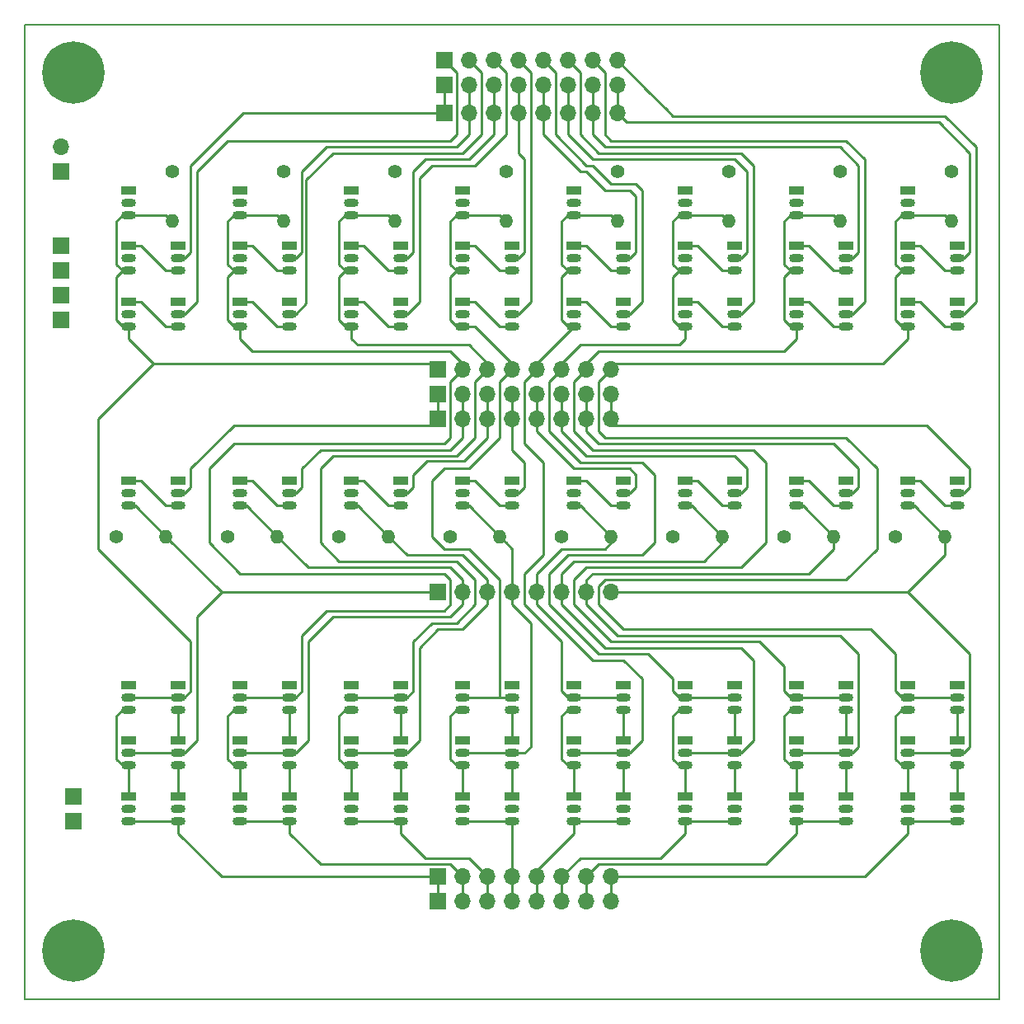
<source format=gbr>
%TF.GenerationSoftware,KiCad,Pcbnew,4.0.7-e2-6376~61~ubuntu18.04.1*%
%TF.CreationDate,2020-08-28T19:45:04+02:00*%
%TF.ProjectId,sel,73656C2E6B696361645F706362000000,rev?*%
%TF.FileFunction,Copper,L1,Top,Signal*%
%FSLAX46Y46*%
G04 Gerber Fmt 4.6, Leading zero omitted, Abs format (unit mm)*
G04 Created by KiCad (PCBNEW 4.0.7-e2-6376~61~ubuntu18.04.1) date Fri Aug 28 19:45:04 2020*
%MOMM*%
%LPD*%
G01*
G04 APERTURE LIST*
%ADD10C,0.100000*%
%ADD11C,0.150000*%
%ADD12R,1.700000X1.700000*%
%ADD13O,1.700000X1.700000*%
%ADD14O,1.500000X0.900000*%
%ADD15R,1.500000X0.900000*%
%ADD16C,1.400000*%
%ADD17O,1.400000X1.400000*%
%ADD18C,6.400000*%
%ADD19C,0.250000*%
G04 APERTURE END LIST*
D10*
D11*
X41440000Y-15405000D02*
X41440000Y-115405000D01*
X41440000Y-115405000D02*
X141440000Y-115405000D01*
X141440000Y-15405000D02*
X141440000Y-115405000D01*
X41440000Y-15405000D02*
X141440000Y-15405000D01*
D12*
X83820000Y-53340000D03*
D13*
X86360000Y-53340000D03*
X88900000Y-53340000D03*
X91440000Y-53340000D03*
X93980000Y-53340000D03*
X96520000Y-53340000D03*
X99060000Y-53340000D03*
X101600000Y-53340000D03*
D12*
X45085000Y-30480000D03*
D13*
X45085000Y-27940000D03*
D12*
X83820000Y-55880000D03*
D13*
X86360000Y-55880000D03*
X88900000Y-55880000D03*
X91440000Y-55880000D03*
X93980000Y-55880000D03*
X96520000Y-55880000D03*
X99060000Y-55880000D03*
X101600000Y-55880000D03*
D12*
X45085000Y-45720000D03*
X84455000Y-19050000D03*
D13*
X86995000Y-19050000D03*
X89535000Y-19050000D03*
X92075000Y-19050000D03*
X94615000Y-19050000D03*
X97155000Y-19050000D03*
X99695000Y-19050000D03*
X102235000Y-19050000D03*
D12*
X84455000Y-24447500D03*
D13*
X86995000Y-24447500D03*
X89535000Y-24447500D03*
X92075000Y-24447500D03*
X94615000Y-24447500D03*
X97155000Y-24447500D03*
X99695000Y-24447500D03*
X102235000Y-24447500D03*
D12*
X84455000Y-21590000D03*
D13*
X86995000Y-21590000D03*
X89535000Y-21590000D03*
X92075000Y-21590000D03*
X94615000Y-21590000D03*
X97155000Y-21590000D03*
X99695000Y-21590000D03*
X102235000Y-21590000D03*
D12*
X45085000Y-40640000D03*
X45085000Y-43180000D03*
X45085000Y-38100000D03*
X46355000Y-94615000D03*
X46355000Y-97155000D03*
X83820000Y-105410000D03*
D13*
X86360000Y-105410000D03*
X88900000Y-105410000D03*
X91440000Y-105410000D03*
X93980000Y-105410000D03*
X96520000Y-105410000D03*
X99060000Y-105410000D03*
X101600000Y-105410000D03*
D12*
X83820000Y-102870000D03*
D13*
X86360000Y-102870000D03*
X88900000Y-102870000D03*
X91440000Y-102870000D03*
X93980000Y-102870000D03*
X96520000Y-102870000D03*
X99060000Y-102870000D03*
X101600000Y-102870000D03*
D14*
X57150000Y-95885000D03*
X57150000Y-97155000D03*
D15*
X57150000Y-94615000D03*
D14*
X52070000Y-95885000D03*
X52070000Y-97155000D03*
D15*
X52070000Y-94615000D03*
D14*
X57150000Y-90170000D03*
X57150000Y-91440000D03*
D15*
X57150000Y-88900000D03*
D14*
X52070000Y-90170000D03*
X52070000Y-91440000D03*
D15*
X52070000Y-88900000D03*
D14*
X52070000Y-84455000D03*
X52070000Y-85725000D03*
D15*
X52070000Y-83185000D03*
D14*
X57150000Y-84455000D03*
X57150000Y-85725000D03*
D15*
X57150000Y-83185000D03*
D14*
X80010000Y-95885000D03*
X80010000Y-97155000D03*
D15*
X80010000Y-94615000D03*
D14*
X74930000Y-95885000D03*
X74930000Y-97155000D03*
D15*
X74930000Y-94615000D03*
D14*
X80010000Y-90170000D03*
X80010000Y-91440000D03*
D15*
X80010000Y-88900000D03*
D14*
X74930000Y-90170000D03*
X74930000Y-91440000D03*
D15*
X74930000Y-88900000D03*
D14*
X74930000Y-84455000D03*
X74930000Y-85725000D03*
D15*
X74930000Y-83185000D03*
D14*
X80010000Y-84455000D03*
X80010000Y-85725000D03*
D15*
X80010000Y-83185000D03*
D14*
X91440000Y-95885000D03*
X91440000Y-97155000D03*
D15*
X91440000Y-94615000D03*
D14*
X86360000Y-95885000D03*
X86360000Y-97155000D03*
D15*
X86360000Y-94615000D03*
D14*
X91440000Y-90170000D03*
X91440000Y-91440000D03*
D15*
X91440000Y-88900000D03*
D14*
X86360000Y-90170000D03*
X86360000Y-91440000D03*
D15*
X86360000Y-88900000D03*
D14*
X86360000Y-84455000D03*
X86360000Y-85725000D03*
D15*
X86360000Y-83185000D03*
D14*
X91440000Y-84455000D03*
X91440000Y-85725000D03*
D15*
X91440000Y-83185000D03*
D14*
X102870000Y-95885000D03*
X102870000Y-97155000D03*
D15*
X102870000Y-94615000D03*
D14*
X97790000Y-95885000D03*
X97790000Y-97155000D03*
D15*
X97790000Y-94615000D03*
D14*
X102870000Y-90170000D03*
X102870000Y-91440000D03*
D15*
X102870000Y-88900000D03*
D14*
X97790000Y-90170000D03*
X97790000Y-91440000D03*
D15*
X97790000Y-88900000D03*
D14*
X97790000Y-84455000D03*
X97790000Y-85725000D03*
D15*
X97790000Y-83185000D03*
D14*
X102870000Y-84455000D03*
X102870000Y-85725000D03*
D15*
X102870000Y-83185000D03*
D14*
X114300000Y-95885000D03*
X114300000Y-97155000D03*
D15*
X114300000Y-94615000D03*
D14*
X109220000Y-95885000D03*
X109220000Y-97155000D03*
D15*
X109220000Y-94615000D03*
D14*
X114300000Y-90170000D03*
X114300000Y-91440000D03*
D15*
X114300000Y-88900000D03*
D14*
X109220000Y-90170000D03*
X109220000Y-91440000D03*
D15*
X109220000Y-88900000D03*
D14*
X109220000Y-84455000D03*
X109220000Y-85725000D03*
D15*
X109220000Y-83185000D03*
D14*
X114300000Y-84455000D03*
X114300000Y-85725000D03*
D15*
X114300000Y-83185000D03*
D14*
X125730000Y-95885000D03*
X125730000Y-97155000D03*
D15*
X125730000Y-94615000D03*
D14*
X120650000Y-95885000D03*
X120650000Y-97155000D03*
D15*
X120650000Y-94615000D03*
D14*
X125730000Y-90170000D03*
X125730000Y-91440000D03*
D15*
X125730000Y-88900000D03*
D14*
X120650000Y-90170000D03*
X120650000Y-91440000D03*
D15*
X120650000Y-88900000D03*
D14*
X120650000Y-84455000D03*
X120650000Y-85725000D03*
D15*
X120650000Y-83185000D03*
D14*
X125730000Y-84455000D03*
X125730000Y-85725000D03*
D15*
X125730000Y-83185000D03*
D14*
X137160000Y-95885000D03*
X137160000Y-97155000D03*
D15*
X137160000Y-94615000D03*
D14*
X132080000Y-95885000D03*
X132080000Y-97155000D03*
D15*
X132080000Y-94615000D03*
D14*
X137160000Y-90170000D03*
X137160000Y-91440000D03*
D15*
X137160000Y-88900000D03*
D14*
X132080000Y-90170000D03*
X132080000Y-91440000D03*
D15*
X132080000Y-88900000D03*
D14*
X132080000Y-84455000D03*
X132080000Y-85725000D03*
D15*
X132080000Y-83185000D03*
D14*
X137160000Y-84455000D03*
X137160000Y-85725000D03*
D15*
X137160000Y-83185000D03*
D14*
X68580000Y-95885000D03*
X68580000Y-97155000D03*
D15*
X68580000Y-94615000D03*
D14*
X63500000Y-95885000D03*
X63500000Y-97155000D03*
D15*
X63500000Y-94615000D03*
D14*
X68580000Y-90170000D03*
X68580000Y-91440000D03*
D15*
X68580000Y-88900000D03*
D14*
X63500000Y-90170000D03*
X63500000Y-91440000D03*
D15*
X63500000Y-88900000D03*
D14*
X63500000Y-84455000D03*
X63500000Y-85725000D03*
D15*
X63500000Y-83185000D03*
D14*
X68580000Y-84455000D03*
X68580000Y-85725000D03*
D15*
X68580000Y-83185000D03*
D14*
X52070000Y-63500000D03*
X52070000Y-64770000D03*
D15*
X52070000Y-62230000D03*
D14*
X57150000Y-63500000D03*
X57150000Y-64770000D03*
D15*
X57150000Y-62230000D03*
D14*
X63500000Y-63500000D03*
X63500000Y-64770000D03*
D15*
X63500000Y-62230000D03*
D14*
X68580000Y-63500000D03*
X68580000Y-64770000D03*
D15*
X68580000Y-62230000D03*
D14*
X74930000Y-63500000D03*
X74930000Y-64770000D03*
D15*
X74930000Y-62230000D03*
D14*
X80010000Y-63500000D03*
X80010000Y-64770000D03*
D15*
X80010000Y-62230000D03*
D14*
X86360000Y-63500000D03*
X86360000Y-64770000D03*
D15*
X86360000Y-62230000D03*
D14*
X91440000Y-63500000D03*
X91440000Y-64770000D03*
D15*
X91440000Y-62230000D03*
D14*
X97790000Y-63500000D03*
X97790000Y-64770000D03*
D15*
X97790000Y-62230000D03*
D14*
X102870000Y-63500000D03*
X102870000Y-64770000D03*
D15*
X102870000Y-62230000D03*
D14*
X109220000Y-63500000D03*
X109220000Y-64770000D03*
D15*
X109220000Y-62230000D03*
D14*
X114300000Y-63500000D03*
X114300000Y-64770000D03*
D15*
X114300000Y-62230000D03*
D14*
X120650000Y-63500000D03*
X120650000Y-64770000D03*
D15*
X120650000Y-62230000D03*
D14*
X125730000Y-63500000D03*
X125730000Y-64770000D03*
D15*
X125730000Y-62230000D03*
D14*
X132080000Y-63500000D03*
X132080000Y-64770000D03*
D15*
X132080000Y-62230000D03*
D14*
X137160000Y-63500000D03*
X137160000Y-64770000D03*
D15*
X137160000Y-62230000D03*
D14*
X52070000Y-33655000D03*
X52070000Y-34925000D03*
D15*
X52070000Y-32385000D03*
D14*
X52070000Y-39370000D03*
X52070000Y-40640000D03*
D15*
X52070000Y-38100000D03*
D14*
X52070000Y-45085000D03*
X52070000Y-46355000D03*
D15*
X52070000Y-43815000D03*
D14*
X57150000Y-39370000D03*
X57150000Y-40640000D03*
D15*
X57150000Y-38100000D03*
D14*
X57150000Y-45085000D03*
X57150000Y-46355000D03*
D15*
X57150000Y-43815000D03*
D14*
X63500000Y-33655000D03*
X63500000Y-34925000D03*
D15*
X63500000Y-32385000D03*
D14*
X63500000Y-39370000D03*
X63500000Y-40640000D03*
D15*
X63500000Y-38100000D03*
D14*
X63500000Y-45085000D03*
X63500000Y-46355000D03*
D15*
X63500000Y-43815000D03*
D14*
X68580000Y-39370000D03*
X68580000Y-40640000D03*
D15*
X68580000Y-38100000D03*
D14*
X68580000Y-45085000D03*
X68580000Y-46355000D03*
D15*
X68580000Y-43815000D03*
D14*
X74930000Y-33655000D03*
X74930000Y-34925000D03*
D15*
X74930000Y-32385000D03*
D14*
X74930000Y-39370000D03*
X74930000Y-40640000D03*
D15*
X74930000Y-38100000D03*
D14*
X74930000Y-45085000D03*
X74930000Y-46355000D03*
D15*
X74930000Y-43815000D03*
D14*
X80010000Y-39370000D03*
X80010000Y-40640000D03*
D15*
X80010000Y-38100000D03*
D14*
X80010000Y-45085000D03*
X80010000Y-46355000D03*
D15*
X80010000Y-43815000D03*
D14*
X86360000Y-33655000D03*
X86360000Y-34925000D03*
D15*
X86360000Y-32385000D03*
D14*
X86360000Y-39370000D03*
X86360000Y-40640000D03*
D15*
X86360000Y-38100000D03*
D14*
X86360000Y-45085000D03*
X86360000Y-46355000D03*
D15*
X86360000Y-43815000D03*
D14*
X91440000Y-39370000D03*
X91440000Y-40640000D03*
D15*
X91440000Y-38100000D03*
D14*
X91440000Y-45085000D03*
X91440000Y-46355000D03*
D15*
X91440000Y-43815000D03*
D14*
X97790000Y-33655000D03*
X97790000Y-34925000D03*
D15*
X97790000Y-32385000D03*
D14*
X97790000Y-39370000D03*
X97790000Y-40640000D03*
D15*
X97790000Y-38100000D03*
D14*
X97790000Y-45085000D03*
X97790000Y-46355000D03*
D15*
X97790000Y-43815000D03*
D14*
X102870000Y-39370000D03*
X102870000Y-40640000D03*
D15*
X102870000Y-38100000D03*
D14*
X102870000Y-45085000D03*
X102870000Y-46355000D03*
D15*
X102870000Y-43815000D03*
D14*
X109220000Y-33655000D03*
X109220000Y-34925000D03*
D15*
X109220000Y-32385000D03*
D14*
X109220000Y-39370000D03*
X109220000Y-40640000D03*
D15*
X109220000Y-38100000D03*
D14*
X109220000Y-45085000D03*
X109220000Y-46355000D03*
D15*
X109220000Y-43815000D03*
D14*
X114300000Y-39370000D03*
X114300000Y-40640000D03*
D15*
X114300000Y-38100000D03*
D14*
X114300000Y-45085000D03*
X114300000Y-46355000D03*
D15*
X114300000Y-43815000D03*
D14*
X120650000Y-33655000D03*
X120650000Y-34925000D03*
D15*
X120650000Y-32385000D03*
D14*
X120650000Y-39370000D03*
X120650000Y-40640000D03*
D15*
X120650000Y-38100000D03*
D14*
X120650000Y-45085000D03*
X120650000Y-46355000D03*
D15*
X120650000Y-43815000D03*
D14*
X125730000Y-39370000D03*
X125730000Y-40640000D03*
D15*
X125730000Y-38100000D03*
D14*
X125730000Y-45085000D03*
X125730000Y-46355000D03*
D15*
X125730000Y-43815000D03*
D14*
X132080000Y-33655000D03*
X132080000Y-34925000D03*
D15*
X132080000Y-32385000D03*
D14*
X132080000Y-39370000D03*
X132080000Y-40640000D03*
D15*
X132080000Y-38100000D03*
D14*
X132080000Y-45085000D03*
X132080000Y-46355000D03*
D15*
X132080000Y-43815000D03*
D14*
X137160000Y-39370000D03*
X137160000Y-40640000D03*
D15*
X137160000Y-38100000D03*
D14*
X137160000Y-45085000D03*
X137160000Y-46355000D03*
D15*
X137160000Y-43815000D03*
D16*
X50800000Y-67945000D03*
D17*
X55880000Y-67945000D03*
D16*
X62230000Y-67945000D03*
D17*
X67310000Y-67945000D03*
D16*
X73660000Y-67945000D03*
D17*
X78740000Y-67945000D03*
D16*
X85090000Y-67945000D03*
D17*
X90170000Y-67945000D03*
D16*
X96520000Y-67945000D03*
D17*
X101600000Y-67945000D03*
D16*
X107950000Y-67945000D03*
D17*
X113030000Y-67945000D03*
D16*
X119380000Y-67945000D03*
D17*
X124460000Y-67945000D03*
D16*
X130810000Y-67945000D03*
D17*
X135890000Y-67945000D03*
D16*
X56515000Y-30480000D03*
D17*
X56515000Y-35560000D03*
D16*
X67945000Y-30480000D03*
D17*
X67945000Y-35560000D03*
D16*
X79375000Y-30480000D03*
D17*
X79375000Y-35560000D03*
D16*
X90805000Y-30480000D03*
D17*
X90805000Y-35560000D03*
D16*
X102235000Y-30480000D03*
D17*
X102235000Y-35560000D03*
D16*
X113665000Y-30480000D03*
D17*
X113665000Y-35560000D03*
D16*
X125095000Y-30480000D03*
D17*
X125095000Y-35560000D03*
D16*
X136525000Y-30480000D03*
D17*
X136525000Y-35560000D03*
D18*
X46355000Y-20320000D03*
X136525000Y-20320000D03*
X136525000Y-110490000D03*
X46355000Y-110490000D03*
D12*
X83820000Y-73660000D03*
D13*
X86360000Y-73660000D03*
X88900000Y-73660000D03*
X91440000Y-73660000D03*
X93980000Y-73660000D03*
X96520000Y-73660000D03*
X99060000Y-73660000D03*
X101600000Y-73660000D03*
D12*
X83820000Y-50800000D03*
D13*
X86360000Y-50800000D03*
X88900000Y-50800000D03*
X91440000Y-50800000D03*
X93980000Y-50800000D03*
X96520000Y-50800000D03*
X99060000Y-50800000D03*
X101600000Y-50800000D03*
D19*
X83820000Y-53340000D02*
X83820000Y-56515000D01*
X83820000Y-56515000D02*
X62865000Y-56515000D01*
X58420000Y-62865000D02*
X57785000Y-63500000D01*
X58420000Y-60960000D02*
X58420000Y-62865000D01*
X62865000Y-56515000D02*
X58420000Y-60960000D01*
X57785000Y-63500000D02*
X57150000Y-63500000D01*
X86360000Y-53340000D02*
X86360000Y-56515000D01*
X86360000Y-56515000D02*
X86360000Y-57785000D01*
X69850000Y-62865000D02*
X69215000Y-63500000D01*
X69850000Y-60960000D02*
X69850000Y-62865000D01*
X71755000Y-59055000D02*
X69850000Y-60960000D01*
X78740000Y-59055000D02*
X71755000Y-59055000D01*
X85090000Y-59055000D02*
X78740000Y-59055000D01*
X85274998Y-58870002D02*
X85090000Y-59055000D01*
X86360000Y-57785000D02*
X85274998Y-58870002D01*
X69215000Y-63500000D02*
X68580000Y-63500000D01*
X88900000Y-53340000D02*
X88900000Y-56515000D01*
X88900000Y-56515000D02*
X88900000Y-57785000D01*
X81280000Y-62865000D02*
X80645000Y-63500000D01*
X81280000Y-61595000D02*
X81280000Y-62865000D01*
X82734998Y-60140002D02*
X81280000Y-61595000D01*
X86544998Y-60140002D02*
X82734998Y-60140002D01*
X88900000Y-57785000D02*
X86544998Y-60140002D01*
X80645000Y-63500000D02*
X80010000Y-63500000D01*
X91440000Y-53340000D02*
X91440000Y-56515000D01*
X91440000Y-56515000D02*
X91440000Y-59055000D01*
X92710000Y-62865000D02*
X92075000Y-63500000D01*
X92710000Y-60325000D02*
X92710000Y-62865000D01*
X91440000Y-59055000D02*
X92710000Y-60325000D01*
X92075000Y-63500000D02*
X91440000Y-63500000D01*
X93980000Y-53340000D02*
X93980000Y-56515000D01*
X93980000Y-56515000D02*
X93980000Y-57150000D01*
X93980000Y-57150000D02*
X97790000Y-60960000D01*
X97790000Y-60960000D02*
X103505000Y-60960000D01*
X103505000Y-60960000D02*
X104140000Y-61595000D01*
X104140000Y-61595000D02*
X104140000Y-62865000D01*
X104140000Y-62865000D02*
X103505000Y-63500000D01*
X103505000Y-63500000D02*
X102870000Y-63500000D01*
X96520000Y-53340000D02*
X96520000Y-56515000D01*
X96520000Y-56515000D02*
X96520000Y-57150000D01*
X96520000Y-57150000D02*
X99060000Y-59690000D01*
X99060000Y-59690000D02*
X114300000Y-59690000D01*
X114300000Y-59690000D02*
X115570000Y-60960000D01*
X115570000Y-60960000D02*
X115570000Y-62865000D01*
X115570000Y-62865000D02*
X114935000Y-63500000D01*
X114935000Y-63500000D02*
X114300000Y-63500000D01*
X99060000Y-53340000D02*
X99060000Y-56515000D01*
X99060000Y-56515000D02*
X99060000Y-57150000D01*
X99060000Y-57150000D02*
X100330000Y-58420000D01*
X100330000Y-58420000D02*
X124460000Y-58420000D01*
X124460000Y-58420000D02*
X127000000Y-60960000D01*
X127000000Y-60960000D02*
X127000000Y-62865000D01*
X127000000Y-62865000D02*
X126365000Y-63500000D01*
X126365000Y-63500000D02*
X125730000Y-63500000D01*
X101600000Y-53340000D02*
X101600000Y-56515000D01*
X137160000Y-63500000D02*
X137795000Y-63500000D01*
X137795000Y-63500000D02*
X138430000Y-62865000D01*
X138430000Y-62865000D02*
X138430000Y-60960000D01*
X138430000Y-60960000D02*
X133985000Y-56515000D01*
X133985000Y-56515000D02*
X101600000Y-56515000D01*
X59055000Y-34290000D02*
X59055000Y-30480000D01*
X59055000Y-43815000D02*
X59055000Y-34290000D01*
X57785000Y-45085000D02*
X59055000Y-43815000D01*
X85725000Y-20320000D02*
X84455000Y-19050000D01*
X85725000Y-26670000D02*
X85725000Y-20320000D01*
X85090000Y-27305000D02*
X85725000Y-26670000D01*
X62230000Y-27305000D02*
X85090000Y-27305000D01*
X59055000Y-30480000D02*
X62230000Y-27305000D01*
X57150000Y-45085000D02*
X57785000Y-45085000D01*
X68580000Y-45085000D02*
X69215000Y-45085000D01*
X69215000Y-45085000D02*
X70300002Y-43999998D01*
X70300002Y-43999998D02*
X70300002Y-31299998D01*
X70300002Y-31299998D02*
X73025000Y-28575000D01*
X73025000Y-28575000D02*
X78105000Y-28575000D01*
X86995000Y-19050000D02*
X88265000Y-20320000D01*
X86360000Y-28575000D02*
X78105000Y-28575000D01*
X88265000Y-26670000D02*
X86360000Y-28575000D01*
X88265000Y-20320000D02*
X88265000Y-26670000D01*
X80010000Y-45085000D02*
X80645000Y-45085000D01*
X80645000Y-45085000D02*
X81915000Y-43815000D01*
X81915000Y-43815000D02*
X81915000Y-31115000D01*
X81915000Y-31115000D02*
X83185000Y-29845000D01*
X83185000Y-29845000D02*
X87630000Y-29845000D01*
X87630000Y-29845000D02*
X90805000Y-26670000D01*
X89535000Y-19050000D02*
X90805000Y-20320000D01*
X90805000Y-20320000D02*
X90805000Y-26670000D01*
X93345000Y-26670000D02*
X93345000Y-43815000D01*
X93345000Y-20320000D02*
X93345000Y-26670000D01*
X92075000Y-19050000D02*
X93345000Y-20320000D01*
X93345000Y-43815000D02*
X92075000Y-45085000D01*
X92075000Y-45085000D02*
X91440000Y-45085000D01*
X94615000Y-19050000D02*
X95885000Y-20320000D01*
X104775000Y-43815000D02*
X103505000Y-45085000D01*
X104775000Y-32385000D02*
X104775000Y-43815000D01*
X104140000Y-31750000D02*
X104775000Y-32385000D01*
X101600000Y-31750000D02*
X104140000Y-31750000D01*
X99695000Y-29845000D02*
X101600000Y-31750000D01*
X99060000Y-29845000D02*
X99695000Y-29845000D01*
X95885000Y-26670000D02*
X99060000Y-29845000D01*
X95885000Y-20320000D02*
X95885000Y-26670000D01*
X103505000Y-45085000D02*
X102870000Y-45085000D01*
X97155000Y-19050000D02*
X98425000Y-20320000D01*
X116205000Y-43815000D02*
X114935000Y-45085000D01*
X116205000Y-29845000D02*
X116205000Y-43815000D01*
X114935000Y-28575000D02*
X116205000Y-29845000D01*
X100330000Y-28575000D02*
X114935000Y-28575000D01*
X98425000Y-26670000D02*
X100330000Y-28575000D01*
X98425000Y-20320000D02*
X98425000Y-26670000D01*
X114935000Y-45085000D02*
X114300000Y-45085000D01*
X125730000Y-45085000D02*
X126365000Y-45085000D01*
X126365000Y-45085000D02*
X127635000Y-43815000D01*
X127635000Y-43815000D02*
X127635000Y-29210000D01*
X127635000Y-29210000D02*
X125730000Y-27305000D01*
X125730000Y-27305000D02*
X101600000Y-27305000D01*
X99695000Y-19050000D02*
X100965000Y-20320000D01*
X100965000Y-26670000D02*
X101600000Y-27305000D01*
X100965000Y-20320000D02*
X100965000Y-26670000D01*
X102235000Y-19050000D02*
X105410000Y-22225000D01*
X139065000Y-43815000D02*
X137795000Y-45085000D01*
X139065000Y-27940000D02*
X139065000Y-43815000D01*
X135890000Y-24765000D02*
X139065000Y-27940000D01*
X107950000Y-24765000D02*
X135890000Y-24765000D01*
X107315000Y-24130000D02*
X107950000Y-24765000D01*
X105410000Y-22225000D02*
X107315000Y-24130000D01*
X137795000Y-45085000D02*
X137160000Y-45085000D01*
X84455000Y-21590000D02*
X84455000Y-22690000D01*
X84455000Y-22690000D02*
X84455000Y-24447500D01*
X57150000Y-39370000D02*
X57785000Y-39370000D01*
X57785000Y-39370000D02*
X58420000Y-38735000D01*
X58420000Y-38735000D02*
X58420000Y-29845000D01*
X58420000Y-29845000D02*
X63817500Y-24447500D01*
X63817500Y-24447500D02*
X84455000Y-24447500D01*
X86995000Y-21590000D02*
X86995000Y-22792081D01*
X86995000Y-22792081D02*
X86995000Y-24447500D01*
X86995000Y-22225000D02*
X86995000Y-25400000D01*
X68580000Y-39370000D02*
X69215000Y-39370000D01*
X69215000Y-39370000D02*
X69850000Y-38735000D01*
X69850000Y-38735000D02*
X69850000Y-30480000D01*
X69850000Y-30480000D02*
X72390000Y-27940000D01*
X72390000Y-27940000D02*
X76835000Y-27940000D01*
X86995000Y-25400000D02*
X86995000Y-26670000D01*
X85725000Y-27940000D02*
X76835000Y-27940000D01*
X86995000Y-26670000D02*
X85725000Y-27940000D01*
X89535000Y-24447500D02*
X89535000Y-21590000D01*
X89535000Y-22225000D02*
X89535000Y-25400000D01*
X89535000Y-25400000D02*
X89535000Y-26670000D01*
X81280000Y-38735000D02*
X80645000Y-39370000D01*
X81280000Y-30480000D02*
X81280000Y-38735000D01*
X82550000Y-29210000D02*
X81280000Y-30480000D01*
X86995000Y-29210000D02*
X82550000Y-29210000D01*
X89535000Y-26670000D02*
X86995000Y-29210000D01*
X80645000Y-39370000D02*
X80010000Y-39370000D01*
X92075000Y-21590000D02*
X92075000Y-24447500D01*
X92075000Y-22225000D02*
X92075000Y-25400000D01*
X91440000Y-39370000D02*
X92075000Y-39370000D01*
X92075000Y-39370000D02*
X92710000Y-38735000D01*
X92710000Y-38735000D02*
X92710000Y-29210000D01*
X92710000Y-29210000D02*
X92075000Y-28575000D01*
X92075000Y-28575000D02*
X92075000Y-25400000D01*
X94615000Y-21590000D02*
X94615000Y-24447500D01*
X94615000Y-22225000D02*
X94615000Y-25400000D01*
X94615000Y-25400000D02*
X94615000Y-26670000D01*
X104140000Y-38735000D02*
X103505000Y-39370000D01*
X104140000Y-33020000D02*
X104140000Y-38735000D01*
X103505000Y-32385000D02*
X104140000Y-33020000D01*
X100965000Y-32385000D02*
X103505000Y-32385000D01*
X99060000Y-30480000D02*
X100965000Y-32385000D01*
X98425000Y-30480000D02*
X99060000Y-30480000D01*
X94615000Y-26670000D02*
X98425000Y-30480000D01*
X103505000Y-39370000D02*
X102870000Y-39370000D01*
X97155000Y-24447500D02*
X97155000Y-21590000D01*
X97155000Y-22225000D02*
X97155000Y-25400000D01*
X97155000Y-25400000D02*
X97155000Y-26670000D01*
X115570000Y-38735000D02*
X114935000Y-39370000D01*
X115570000Y-30480000D02*
X115570000Y-38735000D01*
X114300000Y-29210000D02*
X115570000Y-30480000D01*
X99695000Y-29210000D02*
X114300000Y-29210000D01*
X97155000Y-26670000D02*
X99695000Y-29210000D01*
X114935000Y-39370000D02*
X114300000Y-39370000D01*
X99695000Y-24447500D02*
X99695000Y-21590000D01*
X99695000Y-22225000D02*
X99695000Y-25400000D01*
X127000000Y-29845000D02*
X125095000Y-27940000D01*
X127000000Y-38735000D02*
X127000000Y-29845000D01*
X126365000Y-39370000D02*
X127000000Y-38735000D01*
X99695000Y-26670000D02*
X99695000Y-25400000D01*
X100965000Y-27940000D02*
X99695000Y-26670000D01*
X125095000Y-27940000D02*
X100965000Y-27940000D01*
X125730000Y-39370000D02*
X126365000Y-39370000D01*
X102235000Y-24447500D02*
X102235000Y-21590000D01*
X135255000Y-25400000D02*
X103187500Y-25400000D01*
X103187500Y-25400000D02*
X102235000Y-24447500D01*
X138430000Y-38735000D02*
X137795000Y-39370000D01*
X138430000Y-28575000D02*
X138430000Y-38735000D01*
X135255000Y-25400000D02*
X138430000Y-28575000D01*
X137795000Y-39370000D02*
X137160000Y-39370000D01*
X83820000Y-102870000D02*
X83820000Y-103970000D01*
X83820000Y-103970000D02*
X83820000Y-105410000D01*
X52070000Y-97155000D02*
X57150000Y-97155000D01*
X57150000Y-97155000D02*
X57150000Y-98425000D01*
X57150000Y-98425000D02*
X61595000Y-102870000D01*
X61595000Y-102870000D02*
X83820000Y-102870000D01*
X86360000Y-102870000D02*
X86360000Y-105410000D01*
X63500000Y-97155000D02*
X68580000Y-97155000D01*
X68580000Y-97155000D02*
X68580000Y-98425000D01*
X68580000Y-98425000D02*
X71755000Y-101600000D01*
X71755000Y-101600000D02*
X85090000Y-101600000D01*
X85090000Y-101600000D02*
X86360000Y-102870000D01*
X88900000Y-102870000D02*
X88900000Y-104072081D01*
X88900000Y-104072081D02*
X88900000Y-105410000D01*
X74930000Y-97155000D02*
X80010000Y-97155000D01*
X80010000Y-97155000D02*
X80010000Y-98425000D01*
X80010000Y-98425000D02*
X82550000Y-100965000D01*
X82550000Y-100965000D02*
X86995000Y-100965000D01*
X86995000Y-100965000D02*
X88900000Y-102870000D01*
X91440000Y-102870000D02*
X91440000Y-104072081D01*
X91440000Y-104072081D02*
X91440000Y-105410000D01*
X86360000Y-97155000D02*
X91440000Y-97155000D01*
X91440000Y-97155000D02*
X91440000Y-102870000D01*
X93980000Y-102870000D02*
X93980000Y-104072081D01*
X93980000Y-104072081D02*
X93980000Y-105410000D01*
X102870000Y-97155000D02*
X97790000Y-97155000D01*
X97790000Y-97155000D02*
X97790000Y-98425000D01*
X97790000Y-98425000D02*
X93980000Y-102235000D01*
X96520000Y-102870000D02*
X96520000Y-104072081D01*
X96520000Y-104072081D02*
X96520000Y-105410000D01*
X114300000Y-97155000D02*
X109220000Y-97155000D01*
X109220000Y-97155000D02*
X109220000Y-98425000D01*
X109220000Y-98425000D02*
X106680000Y-100965000D01*
X106680000Y-100965000D02*
X98425000Y-100965000D01*
X98425000Y-100965000D02*
X96520000Y-102870000D01*
X99060000Y-102870000D02*
X99060000Y-105410000D01*
X125730000Y-97155000D02*
X120650000Y-97155000D01*
X120650000Y-97155000D02*
X120650000Y-98425000D01*
X120650000Y-98425000D02*
X117475000Y-101600000D01*
X117475000Y-101600000D02*
X100330000Y-101600000D01*
X100330000Y-101600000D02*
X99060000Y-102870000D01*
X101600000Y-102870000D02*
X101600000Y-105410000D01*
X137160000Y-97155000D02*
X132080000Y-97155000D01*
X132080000Y-97155000D02*
X132080000Y-98425000D01*
X132080000Y-98425000D02*
X127635000Y-102870000D01*
X127635000Y-102870000D02*
X101600000Y-102870000D01*
X57150000Y-91440000D02*
X57150000Y-94615000D01*
X52070000Y-91440000D02*
X51435000Y-91440000D01*
X51435000Y-91440000D02*
X50800000Y-90805000D01*
X50800000Y-86360000D02*
X51435000Y-85725000D01*
X50800000Y-86995000D02*
X50800000Y-86360000D01*
X50800000Y-90805000D02*
X50800000Y-86995000D01*
X51435000Y-85725000D02*
X52070000Y-85725000D01*
X52070000Y-91440000D02*
X52070000Y-94615000D01*
X57150000Y-90170000D02*
X57785000Y-90170000D01*
X57785000Y-90170000D02*
X59055000Y-88900000D01*
X59055000Y-76200000D02*
X61595000Y-73660000D01*
X59055000Y-88900000D02*
X59055000Y-76200000D01*
X83820000Y-73660000D02*
X61595000Y-73660000D01*
X61595000Y-73660000D02*
X55880000Y-67945000D01*
X52070000Y-64770000D02*
X52705000Y-64770000D01*
X52705000Y-64770000D02*
X55880000Y-67945000D01*
X52070000Y-90170000D02*
X57150000Y-90170000D01*
X57150000Y-85725000D02*
X57150000Y-88900000D01*
X54610000Y-50165000D02*
X48895000Y-55880000D01*
X58420000Y-83820000D02*
X58420000Y-78740000D01*
X58420000Y-78740000D02*
X48895000Y-69215000D01*
X48895000Y-69215000D02*
X48895000Y-55880000D01*
X58420000Y-83820000D02*
X57785000Y-84455000D01*
X57150000Y-84455000D02*
X57785000Y-84455000D01*
X52070000Y-84455000D02*
X57150000Y-84455000D01*
X83820000Y-50165000D02*
X54610000Y-50165000D01*
X52070000Y-47625000D02*
X52070000Y-46355000D01*
X54610000Y-50165000D02*
X52070000Y-47625000D01*
X52070000Y-40640000D02*
X51435000Y-40640000D01*
X51435000Y-40640000D02*
X50800000Y-41275000D01*
X50800000Y-45720000D02*
X51435000Y-46355000D01*
X50800000Y-41275000D02*
X50800000Y-45720000D01*
X51435000Y-46355000D02*
X52070000Y-46355000D01*
X52070000Y-34925000D02*
X51435000Y-34925000D01*
X51435000Y-34925000D02*
X50800000Y-35560000D01*
X50800000Y-35560000D02*
X50800000Y-40005000D01*
X50800000Y-40005000D02*
X51435000Y-40640000D01*
X52070000Y-34925000D02*
X55880000Y-34925000D01*
X55880000Y-34925000D02*
X56515000Y-35560000D01*
X80010000Y-91440000D02*
X80010000Y-94615000D01*
X74930000Y-85725000D02*
X74295000Y-85725000D01*
X74295000Y-85725000D02*
X73660000Y-86360000D01*
X73660000Y-86360000D02*
X73660000Y-90805000D01*
X73660000Y-90805000D02*
X74295000Y-91440000D01*
X74295000Y-91440000D02*
X74930000Y-91440000D01*
X74930000Y-91440000D02*
X74930000Y-94615000D01*
X88900000Y-73660000D02*
X88900000Y-74930000D01*
X81915000Y-88900000D02*
X80645000Y-90170000D01*
X81915000Y-79375000D02*
X81915000Y-88900000D01*
X83820000Y-77470000D02*
X81915000Y-79375000D01*
X86360000Y-77470000D02*
X83820000Y-77470000D01*
X88900000Y-74930000D02*
X86360000Y-77470000D01*
X80645000Y-90170000D02*
X80010000Y-90170000D01*
X80010000Y-90170000D02*
X74930000Y-90170000D01*
X78740000Y-67945000D02*
X80645000Y-69850000D01*
X88900000Y-72390000D02*
X88900000Y-73660000D01*
X86360000Y-69850000D02*
X88900000Y-72390000D01*
X80645000Y-69850000D02*
X86360000Y-69850000D01*
X74930000Y-64770000D02*
X75565000Y-64770000D01*
X75565000Y-64770000D02*
X78740000Y-67945000D01*
X80010000Y-85725000D02*
X80010000Y-88900000D01*
X80010000Y-84455000D02*
X80645000Y-84455000D01*
X80645000Y-84455000D02*
X81280000Y-83820000D01*
X71755000Y-60960000D02*
X73025000Y-59690000D01*
X81280000Y-83820000D02*
X81280000Y-78740000D01*
X81280000Y-78740000D02*
X83185000Y-76835000D01*
X83185000Y-76835000D02*
X85725000Y-76835000D01*
X87630000Y-57785000D02*
X87630000Y-52070000D01*
X85725000Y-76835000D02*
X87630000Y-74930000D01*
X73660000Y-70485000D02*
X71755000Y-68580000D01*
X87630000Y-74930000D02*
X87630000Y-72390000D01*
X87630000Y-72390000D02*
X85725000Y-70485000D01*
X85725000Y-59690000D02*
X87630000Y-57785000D01*
X85725000Y-70485000D02*
X73660000Y-70485000D01*
X71755000Y-68580000D02*
X71755000Y-60960000D01*
X73025000Y-59690000D02*
X85725000Y-59690000D01*
X87630000Y-52070000D02*
X88900000Y-50800000D01*
X74930000Y-84455000D02*
X80010000Y-84455000D01*
X88900000Y-50165000D02*
X88900000Y-50800000D01*
X74930000Y-46355000D02*
X74930000Y-47625000D01*
X86995000Y-48260000D02*
X88900000Y-50165000D01*
X75565000Y-48260000D02*
X86995000Y-48260000D01*
X74930000Y-47625000D02*
X75565000Y-48260000D01*
X74930000Y-40640000D02*
X74295000Y-40640000D01*
X74295000Y-40640000D02*
X73660000Y-41275000D01*
X73660000Y-45720000D02*
X74295000Y-46355000D01*
X73660000Y-41275000D02*
X73660000Y-45720000D01*
X74295000Y-46355000D02*
X74930000Y-46355000D01*
X74930000Y-34925000D02*
X74295000Y-34925000D01*
X74295000Y-34925000D02*
X73660000Y-35560000D01*
X73660000Y-35560000D02*
X73660000Y-40005000D01*
X73660000Y-40005000D02*
X74295000Y-40640000D01*
X74930000Y-34925000D02*
X78740000Y-34925000D01*
X78740000Y-34925000D02*
X79375000Y-35560000D01*
X91440000Y-91440000D02*
X91440000Y-94615000D01*
X86360000Y-91440000D02*
X85725000Y-91440000D01*
X85725000Y-91440000D02*
X85090000Y-90805000D01*
X85090000Y-86360000D02*
X85725000Y-85725000D01*
X85090000Y-90805000D02*
X85090000Y-86360000D01*
X85725000Y-85725000D02*
X86360000Y-85725000D01*
X86360000Y-94615000D02*
X86360000Y-91440000D01*
X91440000Y-73660000D02*
X91440000Y-74930000D01*
X92710000Y-90170000D02*
X91440000Y-90170000D01*
X93345000Y-89535000D02*
X92710000Y-90170000D01*
X93345000Y-76835000D02*
X93345000Y-89535000D01*
X91440000Y-74930000D02*
X93345000Y-76835000D01*
X91440000Y-90170000D02*
X86360000Y-90170000D01*
X90170000Y-67945000D02*
X90805000Y-68580000D01*
X91440000Y-69215000D02*
X91440000Y-73660000D01*
X90805000Y-68580000D02*
X91440000Y-69215000D01*
X86360000Y-64770000D02*
X86995000Y-64770000D01*
X86995000Y-64770000D02*
X90170000Y-67945000D01*
X91440000Y-85725000D02*
X91440000Y-88900000D01*
X90170000Y-84455000D02*
X90170000Y-72390000D01*
X90170000Y-72390000D02*
X86995000Y-69215000D01*
X90170000Y-52070000D02*
X91440000Y-50800000D01*
X86995000Y-69215000D02*
X84455000Y-69215000D01*
X84455000Y-69215000D02*
X83185000Y-67945000D01*
X83185000Y-67945000D02*
X83185000Y-62230000D01*
X83185000Y-62230000D02*
X84455000Y-60960000D01*
X90170000Y-57785000D02*
X90170000Y-52070000D01*
X84455000Y-60960000D02*
X86995000Y-60960000D01*
X86995000Y-60960000D02*
X90170000Y-57785000D01*
X86360000Y-84455000D02*
X90170000Y-84455000D01*
X90170000Y-84455000D02*
X91440000Y-84455000D01*
X91440000Y-50165000D02*
X91440000Y-50800000D01*
X86360000Y-46355000D02*
X87630000Y-46355000D01*
X87630000Y-46355000D02*
X91440000Y-50165000D01*
X86360000Y-40640000D02*
X85725000Y-40640000D01*
X85725000Y-40640000D02*
X85090000Y-41275000D01*
X85090000Y-45720000D02*
X85725000Y-46355000D01*
X85090000Y-41275000D02*
X85090000Y-45720000D01*
X85725000Y-46355000D02*
X86360000Y-46355000D01*
X86360000Y-34925000D02*
X85725000Y-34925000D01*
X85725000Y-34925000D02*
X85090000Y-35560000D01*
X85090000Y-35560000D02*
X85090000Y-40005000D01*
X85090000Y-40005000D02*
X85725000Y-40640000D01*
X86360000Y-34925000D02*
X90170000Y-34925000D01*
X90170000Y-34925000D02*
X90805000Y-35560000D01*
X102870000Y-91440000D02*
X102870000Y-94615000D01*
X97790000Y-91440000D02*
X97790000Y-94615000D01*
X97790000Y-85725000D02*
X97155000Y-85725000D01*
X97155000Y-85725000D02*
X96520000Y-86360000D01*
X96520000Y-86360000D02*
X96520000Y-90805000D01*
X96520000Y-90805000D02*
X97155000Y-91440000D01*
X97155000Y-91440000D02*
X97790000Y-91440000D01*
X93980000Y-73660000D02*
X93980000Y-74930000D01*
X104775000Y-88900000D02*
X103505000Y-90170000D01*
X104775000Y-82550000D02*
X104775000Y-88900000D01*
X102870000Y-80645000D02*
X104775000Y-82550000D01*
X99695000Y-80645000D02*
X102870000Y-80645000D01*
X93980000Y-74930000D02*
X99695000Y-80645000D01*
X103505000Y-90170000D02*
X102870000Y-90170000D01*
X97790000Y-90170000D02*
X102870000Y-90170000D01*
X101600000Y-67945000D02*
X101600000Y-68580000D01*
X101600000Y-68580000D02*
X100965000Y-69215000D01*
X93980000Y-71755000D02*
X93980000Y-73660000D01*
X96520000Y-69215000D02*
X93980000Y-71755000D01*
X100965000Y-69215000D02*
X96520000Y-69215000D01*
X97790000Y-64770000D02*
X98425000Y-64770000D01*
X98425000Y-64770000D02*
X101600000Y-67945000D01*
X102870000Y-85725000D02*
X102870000Y-88900000D01*
X97790000Y-84455000D02*
X97155000Y-84455000D01*
X97155000Y-84455000D02*
X96520000Y-83820000D01*
X96520000Y-83820000D02*
X96520000Y-78740000D01*
X96520000Y-78740000D02*
X92710000Y-74930000D01*
X92710000Y-58420000D02*
X92710000Y-52070000D01*
X92710000Y-74930000D02*
X92710000Y-71755000D01*
X94615000Y-60325000D02*
X92710000Y-58420000D01*
X92710000Y-71755000D02*
X94615000Y-69850000D01*
X94615000Y-69850000D02*
X94615000Y-60325000D01*
X92710000Y-52070000D02*
X93980000Y-50800000D01*
X102870000Y-84455000D02*
X97790000Y-84455000D01*
X93980000Y-50165000D02*
X93980000Y-50800000D01*
X97790000Y-46355000D02*
X93980000Y-50165000D01*
X97790000Y-40640000D02*
X97155000Y-40640000D01*
X97155000Y-40640000D02*
X96520000Y-41275000D01*
X96520000Y-45720000D02*
X97155000Y-46355000D01*
X96520000Y-41275000D02*
X96520000Y-45720000D01*
X97155000Y-46355000D02*
X97790000Y-46355000D01*
X97790000Y-34925000D02*
X97155000Y-34925000D01*
X97155000Y-34925000D02*
X96520000Y-35560000D01*
X96520000Y-35560000D02*
X96520000Y-40005000D01*
X96520000Y-40005000D02*
X97155000Y-40640000D01*
X97790000Y-34925000D02*
X101600000Y-34925000D01*
X101600000Y-34925000D02*
X102235000Y-35560000D01*
X114300000Y-91440000D02*
X114300000Y-94615000D01*
X109220000Y-91440000D02*
X109220000Y-94615000D01*
X109220000Y-85725000D02*
X108585000Y-85725000D01*
X108585000Y-85725000D02*
X107950000Y-86360000D01*
X107950000Y-86360000D02*
X107950000Y-90805000D01*
X107950000Y-90805000D02*
X108585000Y-91440000D01*
X108585000Y-91440000D02*
X109220000Y-91440000D01*
X109220000Y-90170000D02*
X114300000Y-90170000D01*
X96520000Y-73660000D02*
X96520000Y-74930000D01*
X116205000Y-88900000D02*
X114935000Y-90170000D01*
X116205000Y-80645000D02*
X116205000Y-88900000D01*
X114935000Y-79375000D02*
X116205000Y-80645000D01*
X100965000Y-79375000D02*
X114935000Y-79375000D01*
X96520000Y-74930000D02*
X100965000Y-79375000D01*
X114935000Y-90170000D02*
X114300000Y-90170000D01*
X113030000Y-67945000D02*
X113030000Y-68580000D01*
X113030000Y-68580000D02*
X111125000Y-70485000D01*
X96520000Y-71755000D02*
X96520000Y-73660000D01*
X97790000Y-70485000D02*
X96520000Y-71755000D01*
X111125000Y-70485000D02*
X97790000Y-70485000D01*
X109220000Y-64770000D02*
X109855000Y-64770000D01*
X109855000Y-64770000D02*
X113030000Y-67945000D01*
X114300000Y-85725000D02*
X114300000Y-88900000D01*
X109220000Y-84455000D02*
X108585000Y-84455000D01*
X95250000Y-57150000D02*
X95250000Y-52070000D01*
X108585000Y-84455000D02*
X107950000Y-83820000D01*
X107950000Y-83820000D02*
X107950000Y-82550000D01*
X107950000Y-82550000D02*
X105410000Y-80010000D01*
X95250000Y-74930000D02*
X95250000Y-71755000D01*
X105410000Y-80010000D02*
X100330000Y-80010000D01*
X100330000Y-80010000D02*
X95250000Y-74930000D01*
X97155000Y-69850000D02*
X104775000Y-69850000D01*
X104775000Y-69850000D02*
X106045000Y-68580000D01*
X95250000Y-71755000D02*
X97155000Y-69850000D01*
X106045000Y-68580000D02*
X106045000Y-61595000D01*
X106045000Y-61595000D02*
X104775000Y-60325000D01*
X104775000Y-60325000D02*
X98425000Y-60325000D01*
X98425000Y-60325000D02*
X95250000Y-57150000D01*
X95250000Y-52070000D02*
X96520000Y-50800000D01*
X109220000Y-84455000D02*
X114300000Y-84455000D01*
X96520000Y-50165000D02*
X96520000Y-50800000D01*
X109220000Y-46355000D02*
X109220000Y-47625000D01*
X98425000Y-48260000D02*
X96520000Y-50165000D01*
X108585000Y-48260000D02*
X98425000Y-48260000D01*
X109220000Y-47625000D02*
X108585000Y-48260000D01*
X109220000Y-34925000D02*
X113030000Y-34925000D01*
X113030000Y-34925000D02*
X113665000Y-35560000D01*
X109220000Y-40640000D02*
X108585000Y-40640000D01*
X108585000Y-40640000D02*
X107950000Y-41275000D01*
X107950000Y-45720000D02*
X108585000Y-46355000D01*
X107950000Y-41275000D02*
X107950000Y-45720000D01*
X108585000Y-46355000D02*
X109220000Y-46355000D01*
X109220000Y-34925000D02*
X108585000Y-34925000D01*
X108585000Y-34925000D02*
X107950000Y-35560000D01*
X107950000Y-40005000D02*
X108585000Y-40640000D01*
X107950000Y-35560000D02*
X107950000Y-40005000D01*
X125730000Y-91440000D02*
X125730000Y-94615000D01*
X120650000Y-85725000D02*
X120015000Y-85725000D01*
X120015000Y-85725000D02*
X119380000Y-86360000D01*
X119380000Y-86360000D02*
X119380000Y-90805000D01*
X119380000Y-90805000D02*
X120015000Y-91440000D01*
X120015000Y-91440000D02*
X120650000Y-91440000D01*
X120650000Y-91440000D02*
X120650000Y-94615000D01*
X125730000Y-90170000D02*
X120650000Y-90170000D01*
X99060000Y-73660000D02*
X99060000Y-74930000D01*
X127000000Y-89535000D02*
X126365000Y-90170000D01*
X127000000Y-80010000D02*
X127000000Y-89535000D01*
X125095000Y-78105000D02*
X127000000Y-80010000D01*
X102235000Y-78105000D02*
X125095000Y-78105000D01*
X99060000Y-74930000D02*
X102235000Y-78105000D01*
X126365000Y-90170000D02*
X125730000Y-90170000D01*
X124460000Y-67945000D02*
X124460000Y-69215000D01*
X99060000Y-72390000D02*
X99060000Y-73660000D01*
X99695000Y-71755000D02*
X99060000Y-72390000D01*
X121920000Y-71755000D02*
X99695000Y-71755000D01*
X124460000Y-69215000D02*
X121920000Y-71755000D01*
X120650000Y-64770000D02*
X121285000Y-64770000D01*
X121285000Y-64770000D02*
X124460000Y-67945000D01*
X125730000Y-85725000D02*
X125730000Y-88900000D01*
X120650000Y-84455000D02*
X120015000Y-84455000D01*
X114935000Y-71120000D02*
X117475000Y-68580000D01*
X120015000Y-84455000D02*
X119380000Y-83820000D01*
X119380000Y-83820000D02*
X119380000Y-81280000D01*
X97790000Y-52070000D02*
X99060000Y-50800000D01*
X119380000Y-81280000D02*
X116840000Y-78740000D01*
X117475000Y-68580000D02*
X117475000Y-60325000D01*
X116840000Y-78740000D02*
X101600000Y-78740000D01*
X101600000Y-78740000D02*
X97790000Y-74930000D01*
X99060000Y-71120000D02*
X114935000Y-71120000D01*
X97790000Y-74930000D02*
X97790000Y-72390000D01*
X97790000Y-72390000D02*
X99060000Y-71120000D01*
X117475000Y-60325000D02*
X116205000Y-59055000D01*
X116205000Y-59055000D02*
X99695000Y-59055000D01*
X99695000Y-59055000D02*
X97790000Y-57150000D01*
X97790000Y-57150000D02*
X97790000Y-52070000D01*
X125730000Y-84455000D02*
X120650000Y-84455000D01*
X99060000Y-50165000D02*
X99060000Y-50800000D01*
X120650000Y-46355000D02*
X120650000Y-47625000D01*
X100330000Y-48895000D02*
X99060000Y-50165000D01*
X119380000Y-48895000D02*
X100330000Y-48895000D01*
X120650000Y-47625000D02*
X119380000Y-48895000D01*
X120650000Y-40640000D02*
X120015000Y-40640000D01*
X120015000Y-40640000D02*
X119380000Y-41275000D01*
X119380000Y-45720000D02*
X120015000Y-46355000D01*
X119380000Y-41275000D02*
X119380000Y-45720000D01*
X120015000Y-46355000D02*
X120650000Y-46355000D01*
X120650000Y-34925000D02*
X120015000Y-34925000D01*
X120015000Y-34925000D02*
X119380000Y-35560000D01*
X119380000Y-35560000D02*
X119380000Y-40005000D01*
X119380000Y-40005000D02*
X120015000Y-40640000D01*
X120650000Y-34925000D02*
X124460000Y-34925000D01*
X124460000Y-34925000D02*
X125095000Y-35560000D01*
X137160000Y-94615000D02*
X137160000Y-91440000D01*
X132080000Y-91440000D02*
X132080000Y-94615000D01*
X132080000Y-85725000D02*
X131445000Y-85725000D01*
X131445000Y-85725000D02*
X130810000Y-86360000D01*
X130810000Y-86360000D02*
X130810000Y-90805000D01*
X130810000Y-90805000D02*
X131445000Y-91440000D01*
X131445000Y-91440000D02*
X132080000Y-91440000D01*
X137160000Y-90170000D02*
X137795000Y-90170000D01*
X137795000Y-90170000D02*
X138430000Y-89535000D01*
X138430000Y-80010000D02*
X132080000Y-73660000D01*
X138430000Y-89535000D02*
X138430000Y-80010000D01*
X132080000Y-90170000D02*
X137160000Y-90170000D01*
X135890000Y-67945000D02*
X135890000Y-69850000D01*
X132080000Y-73660000D02*
X101600000Y-73660000D01*
X135890000Y-69850000D02*
X132080000Y-73660000D01*
X132080000Y-64770000D02*
X132715000Y-64770000D01*
X132715000Y-64770000D02*
X135890000Y-67945000D01*
X137160000Y-85725000D02*
X137160000Y-88900000D01*
X132080000Y-84455000D02*
X131445000Y-84455000D01*
X102870000Y-77470000D02*
X100330000Y-74930000D01*
X125730000Y-72390000D02*
X128905000Y-69215000D01*
X131445000Y-84455000D02*
X130810000Y-83820000D01*
X130810000Y-83820000D02*
X130810000Y-80010000D01*
X130810000Y-80010000D02*
X128270000Y-77470000D01*
X100330000Y-73025000D02*
X100965000Y-72390000D01*
X125730000Y-57785000D02*
X100965000Y-57785000D01*
X128270000Y-77470000D02*
X102870000Y-77470000D01*
X100330000Y-74930000D02*
X100330000Y-73025000D01*
X100965000Y-72390000D02*
X125730000Y-72390000D01*
X100965000Y-57785000D02*
X100330000Y-57150000D01*
X128905000Y-69215000D02*
X128905000Y-60960000D01*
X128905000Y-60960000D02*
X125730000Y-57785000D01*
X100330000Y-57150000D02*
X100330000Y-52070000D01*
X100330000Y-52070000D02*
X101600000Y-50800000D01*
X137160000Y-84455000D02*
X132080000Y-84455000D01*
X101600000Y-50165000D02*
X101600000Y-50800000D01*
X101600000Y-50165000D02*
X129540000Y-50165000D01*
X132080000Y-47625000D02*
X132080000Y-46355000D01*
X129540000Y-50165000D02*
X132080000Y-47625000D01*
X132080000Y-40640000D02*
X131445000Y-40640000D01*
X131445000Y-40640000D02*
X130810000Y-41275000D01*
X130810000Y-45720000D02*
X131445000Y-46355000D01*
X130810000Y-41275000D02*
X130810000Y-45720000D01*
X131445000Y-46355000D02*
X132080000Y-46355000D01*
X132080000Y-34925000D02*
X131445000Y-34925000D01*
X131445000Y-34925000D02*
X130810000Y-35560000D01*
X130810000Y-35560000D02*
X130810000Y-40005000D01*
X130810000Y-40005000D02*
X131445000Y-40640000D01*
X132080000Y-34925000D02*
X135890000Y-34925000D01*
X135890000Y-34925000D02*
X136525000Y-35560000D01*
X68580000Y-91440000D02*
X68580000Y-94615000D01*
X63500000Y-91440000D02*
X63500000Y-94615000D01*
X63500000Y-85725000D02*
X62865000Y-85725000D01*
X62865000Y-85725000D02*
X62230000Y-86360000D01*
X62230000Y-86360000D02*
X62230000Y-90805000D01*
X62230000Y-90805000D02*
X62865000Y-91440000D01*
X62865000Y-91440000D02*
X63500000Y-91440000D01*
X86360000Y-73660000D02*
X86360000Y-74930000D01*
X70485000Y-88900000D02*
X69215000Y-90170000D01*
X70485000Y-78740000D02*
X70485000Y-88900000D01*
X73025000Y-76200000D02*
X70485000Y-78740000D01*
X85090000Y-76200000D02*
X73025000Y-76200000D01*
X86360000Y-74930000D02*
X85090000Y-76200000D01*
X69215000Y-90170000D02*
X68580000Y-90170000D01*
X63500000Y-90170000D02*
X68580000Y-90170000D01*
X67310000Y-67945000D02*
X70485000Y-71120000D01*
X86360000Y-72390000D02*
X86360000Y-73660000D01*
X85090000Y-71120000D02*
X86360000Y-72390000D01*
X70485000Y-71120000D02*
X85090000Y-71120000D01*
X63500000Y-64770000D02*
X64135000Y-64770000D01*
X64135000Y-64770000D02*
X67310000Y-67945000D01*
X68580000Y-85725000D02*
X68580000Y-88900000D01*
X68580000Y-84455000D02*
X69215000Y-84455000D01*
X69215000Y-84455000D02*
X69850000Y-83820000D01*
X62865000Y-58420000D02*
X84455000Y-58420000D01*
X69850000Y-83820000D02*
X69850000Y-78105000D01*
X85090000Y-72390000D02*
X84455000Y-71755000D01*
X69850000Y-78105000D02*
X72390000Y-75565000D01*
X72390000Y-75565000D02*
X84455000Y-75565000D01*
X85090000Y-74930000D02*
X85090000Y-72390000D01*
X63500000Y-71755000D02*
X60325000Y-68580000D01*
X84455000Y-75565000D02*
X85090000Y-74930000D01*
X84455000Y-71755000D02*
X63500000Y-71755000D01*
X60325000Y-68580000D02*
X60325000Y-60960000D01*
X60325000Y-60960000D02*
X62865000Y-58420000D01*
X84455000Y-58420000D02*
X85090000Y-57785000D01*
X85090000Y-57785000D02*
X85090000Y-52070000D01*
X85090000Y-52070000D02*
X86360000Y-50800000D01*
X63500000Y-84455000D02*
X68580000Y-84455000D01*
X86360000Y-50165000D02*
X86360000Y-50800000D01*
X86360000Y-50165000D02*
X85090000Y-48895000D01*
X63500000Y-47625000D02*
X63500000Y-46355000D01*
X64770000Y-48895000D02*
X63500000Y-47625000D01*
X69850000Y-48895000D02*
X64770000Y-48895000D01*
X80645000Y-48895000D02*
X69850000Y-48895000D01*
X85090000Y-48895000D02*
X80645000Y-48895000D01*
X63500000Y-40640000D02*
X62865000Y-40640000D01*
X62865000Y-40640000D02*
X62230000Y-41275000D01*
X62230000Y-45720000D02*
X62865000Y-46355000D01*
X62230000Y-41275000D02*
X62230000Y-45720000D01*
X62865000Y-46355000D02*
X63500000Y-46355000D01*
X63500000Y-34925000D02*
X62865000Y-34925000D01*
X62865000Y-34925000D02*
X62230000Y-35560000D01*
X62230000Y-35560000D02*
X62230000Y-40005000D01*
X62230000Y-40005000D02*
X62865000Y-40640000D01*
X63500000Y-34925000D02*
X67310000Y-34925000D01*
X67310000Y-34925000D02*
X67945000Y-35560000D01*
X52070000Y-62230000D02*
X53340000Y-62230000D01*
X55880000Y-64770000D02*
X57150000Y-64770000D01*
X53340000Y-62230000D02*
X55880000Y-64770000D01*
X63500000Y-62230000D02*
X64770000Y-62230000D01*
X67310000Y-64770000D02*
X68580000Y-64770000D01*
X64770000Y-62230000D02*
X67310000Y-64770000D01*
X74930000Y-62230000D02*
X76200000Y-62230000D01*
X78740000Y-64770000D02*
X80010000Y-64770000D01*
X76200000Y-62230000D02*
X78740000Y-64770000D01*
X86360000Y-62230000D02*
X87630000Y-62230000D01*
X90170000Y-64770000D02*
X91440000Y-64770000D01*
X87630000Y-62230000D02*
X90170000Y-64770000D01*
X97790000Y-62230000D02*
X99060000Y-62230000D01*
X101600000Y-64770000D02*
X102870000Y-64770000D01*
X99060000Y-62230000D02*
X101600000Y-64770000D01*
X109220000Y-62230000D02*
X110490000Y-62230000D01*
X113030000Y-64770000D02*
X114300000Y-64770000D01*
X110490000Y-62230000D02*
X113030000Y-64770000D01*
X120650000Y-62230000D02*
X121920000Y-62230000D01*
X124460000Y-64770000D02*
X125730000Y-64770000D01*
X121920000Y-62230000D02*
X124460000Y-64770000D01*
X132080000Y-62230000D02*
X133350000Y-62230000D01*
X135890000Y-64770000D02*
X137160000Y-64770000D01*
X133350000Y-62230000D02*
X135890000Y-64770000D01*
X52070000Y-38100000D02*
X53340000Y-38100000D01*
X55880000Y-40640000D02*
X57150000Y-40640000D01*
X53340000Y-38100000D02*
X55880000Y-40640000D01*
X52070000Y-43815000D02*
X53340000Y-43815000D01*
X55880000Y-46355000D02*
X57150000Y-46355000D01*
X53340000Y-43815000D02*
X55880000Y-46355000D01*
X63500000Y-38100000D02*
X64770000Y-38100000D01*
X67310000Y-40640000D02*
X68580000Y-40640000D01*
X64770000Y-38100000D02*
X67310000Y-40640000D01*
X63500000Y-43815000D02*
X64770000Y-43815000D01*
X67310000Y-46355000D02*
X68580000Y-46355000D01*
X64770000Y-43815000D02*
X67310000Y-46355000D01*
X74930000Y-38100000D02*
X76200000Y-38100000D01*
X78740000Y-40640000D02*
X80010000Y-40640000D01*
X76200000Y-38100000D02*
X78740000Y-40640000D01*
X74930000Y-43815000D02*
X76200000Y-43815000D01*
X78740000Y-46355000D02*
X80010000Y-46355000D01*
X76200000Y-43815000D02*
X78740000Y-46355000D01*
X86360000Y-38100000D02*
X87630000Y-38100000D01*
X90170000Y-40640000D02*
X91440000Y-40640000D01*
X87630000Y-38100000D02*
X90170000Y-40640000D01*
X86360000Y-43815000D02*
X87630000Y-43815000D01*
X90170000Y-46355000D02*
X91440000Y-46355000D01*
X87630000Y-43815000D02*
X90170000Y-46355000D01*
X97790000Y-38100000D02*
X99060000Y-38100000D01*
X101600000Y-40640000D02*
X102870000Y-40640000D01*
X99060000Y-38100000D02*
X101600000Y-40640000D01*
X97790000Y-43815000D02*
X99060000Y-43815000D01*
X101600000Y-46355000D02*
X102870000Y-46355000D01*
X99060000Y-43815000D02*
X101600000Y-46355000D01*
X109220000Y-38100000D02*
X110490000Y-38100000D01*
X113030000Y-40640000D02*
X114300000Y-40640000D01*
X110490000Y-38100000D02*
X113030000Y-40640000D01*
X109220000Y-43815000D02*
X110490000Y-43815000D01*
X113030000Y-46355000D02*
X114300000Y-46355000D01*
X110490000Y-43815000D02*
X113030000Y-46355000D01*
X120650000Y-38100000D02*
X121920000Y-38100000D01*
X124460000Y-40640000D02*
X125730000Y-40640000D01*
X121920000Y-38100000D02*
X124460000Y-40640000D01*
X120650000Y-43815000D02*
X121920000Y-43815000D01*
X124460000Y-46355000D02*
X125730000Y-46355000D01*
X121920000Y-43815000D02*
X124460000Y-46355000D01*
X132080000Y-38100000D02*
X133350000Y-38100000D01*
X135890000Y-40640000D02*
X137160000Y-40640000D01*
X133350000Y-38100000D02*
X135890000Y-40640000D01*
X132080000Y-43815000D02*
X133350000Y-43815000D01*
X135890000Y-46355000D02*
X137160000Y-46355000D01*
X133350000Y-43815000D02*
X135890000Y-46355000D01*
M02*

</source>
